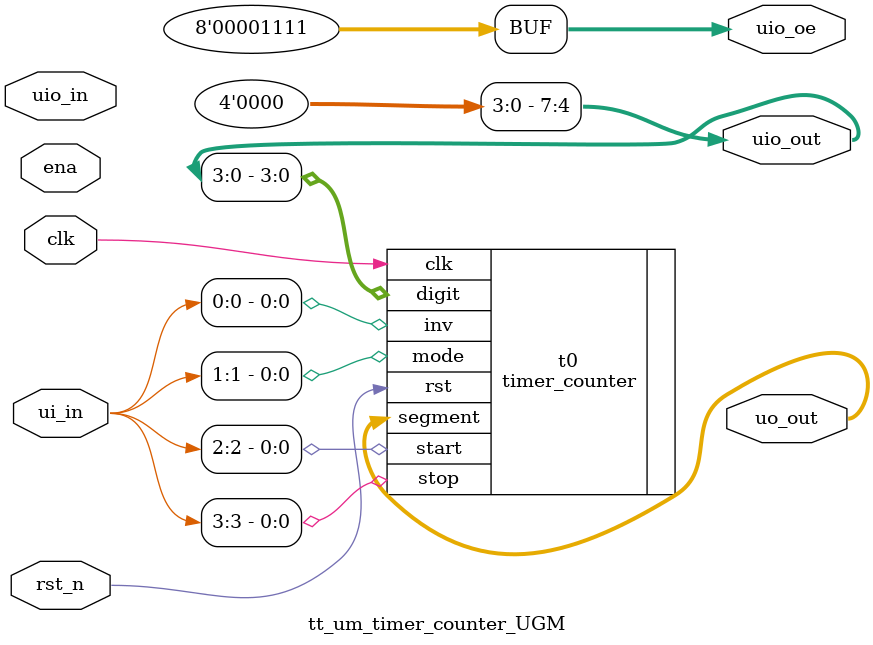
<source format=v>

`default_nettype none

module tt_um_timer_counter_UGM (
    input wire [7:0] ui_in, // Dedicated inputs - connected to the 8-bit ADC parallel output
    output wire [7:0] uo_out, // Dedicated outputs - connected to adc convStart, adc rd_cs, and synchronous rectifier high and low
    input  wire [7:0] uio_in,   // IOs: Bidirectional Input path - one input connected to adc busy signal
    output wire [7:0] uio_out,  // IOs: Bidirectional Output path
    output wire [7:0] uio_oe,   // IOs: Bidirectional Enable path (active high: 0=input, 1=output)
    input  wire       ena,      // will go high when the design is enabled
    input  wire       clk,      // clock
    input  wire       rst_n     // reset_n - low to reset
);
    
    assign uio_oe = 8'b00001111;
    assign uio_out[7:4] = 4'b0000;
    // assign uo_out = {8{1'b0}};

    timer_counter t0(
        .clk(clk), .inv(ui_in[0]), .rst(rst_n),
        .mode(ui_in[1]), .start(ui_in[2]), .stop(ui_in[3]),
        .segment(uo_out), .digit(uio_out[3:0])
    );

endmodule




</source>
